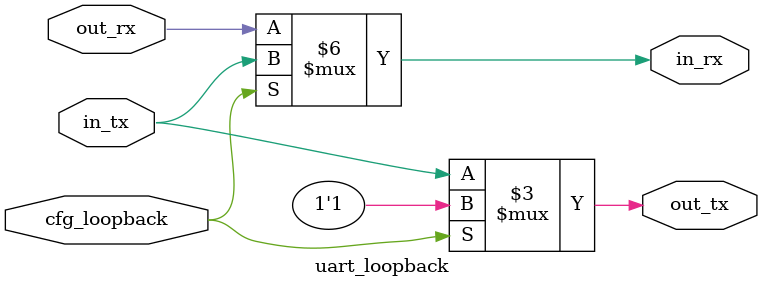
<source format=sv>
module uart_loopback(
    // Inward interface
    input  logic  in_tx,
    output logic  in_rx,
    // Outward interface
    output logic  out_tx,
    input  logic  out_rx,
    // Configurations
    input  logic  cfg_loopback
);

    always_comb begin
        if (cfg_loopback) begin
            in_rx  = in_tx;
            out_tx = 1'b1;
        end
        else begin
            in_rx  = out_rx;
            out_tx = in_tx;
        end
    end

endmodule

</source>
